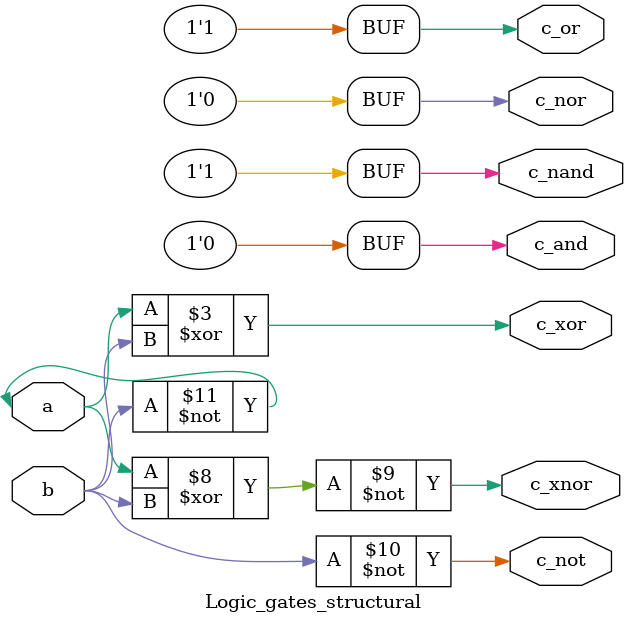
<source format=v>
`timescale 1ns / 1ps
module Logic_gates_structural(
    input a,
    input b,
    output c_and,
    output c_or,
    output c_not,
    output c_xor,
    output c_nand,
    output c_nor,
    output c_xnor
    );
	 and(c_and, a, b);
	 or(c_or, a, b);
	 not(c_not, a, b);
	 xor(c_xor, a, b);
	 nand(c_nand, a, b);
	 nor(c_nor, a, b);
	 xnor(c_xnor, a, b);


endmodule

</source>
